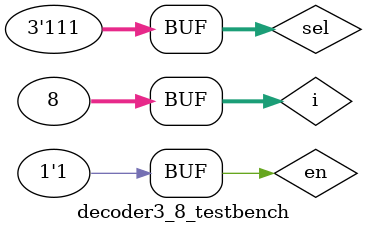
<source format=sv>
`timescale 1ns/10ps

module decoder3_8 (
   output [7:0] d,
   input  [2:0] sel,
   input        en
);

   parameter DELAY = 0.05;

   logic [2:0] seln;
   not #DELAY n0 (seln[0], sel[0]);
   not #DELAY n1 (seln[1], sel[1]);
   not #DELAY n2 (seln[2], sel[2]);

   and #DELAY d0 (d[0], en, seln[2], seln[1], seln[0]);
   and #DELAY d1 (d[1], en, seln[2], seln[1], sel[0]);
   and #DELAY d2 (d[2], en, seln[2], sel[1],  seln[0]);
   and #DELAY d3 (d[3], en, seln[2], sel[1],  sel[0]);
   and #DELAY d4 (d[4], en, sel[2],  seln[1], seln[0]);
   and #DELAY d5 (d[5], en, sel[2],  seln[1], sel[0]);
   and #DELAY d6 (d[6], en, sel[2],  sel[1],  seln[0]);
   and #DELAY d7 (d[7], en, sel[2],  sel[1],  sel[0]);
endmodule

module decoder3_8_testbench ();
   logic [7:0] d;
   logic [2:0] sel;
   logic       en;

   decoder3_8 dut (.d, .sel, .en);

   integer i;
   initial begin
      en = 1'b0;
      for (i = 0; i < 8; i++) begin
         sel = i; #10;
         assert(d == 8'h00);
      end
      sel = 2'b00;
      en = 1'b1;
      for (i = 0; i < 8; i++) begin
         sel = i; #10;
         assert(d == 8'h01 << i);
      end
   end
endmodule

</source>
